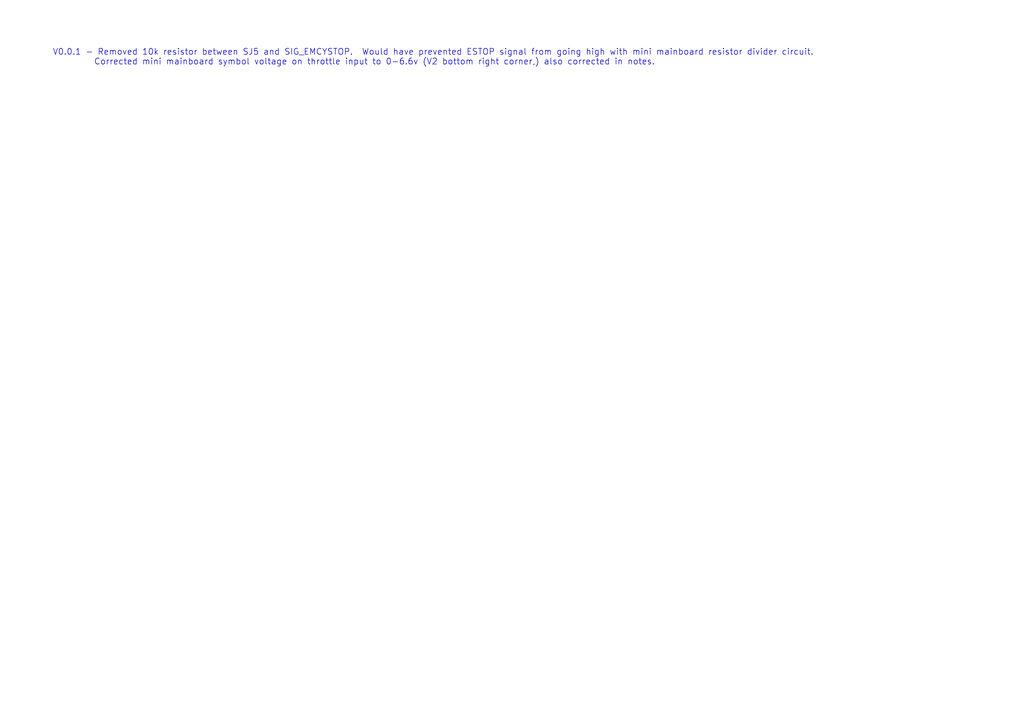
<source format=kicad_sch>
(kicad_sch (version 20211123) (generator eeschema)

  (uuid 2cdeffd1-9438-469a-8193-5ea9b785a511)

  (paper "A4")

  (lib_symbols
  )


  (text "V0.0.1 - Removed 10k resistor between SJ5 and SIG_EMCYSTOP.  Would have prevented ESTOP signal from going high with mini mainboard resistor divider circuit. \n         Corrected mini mainboard symbol voltage on throttle input to 0-6.6v (V2 bottom right corner,) also corrected in notes."
    (at 15.24 19.05 0)
    (effects (font (size 1.75 1.75)) (justify left bottom))
    (uuid 8e8ad86a-c8de-463a-b560-ee19c64bd6d7)
  )
)

</source>
